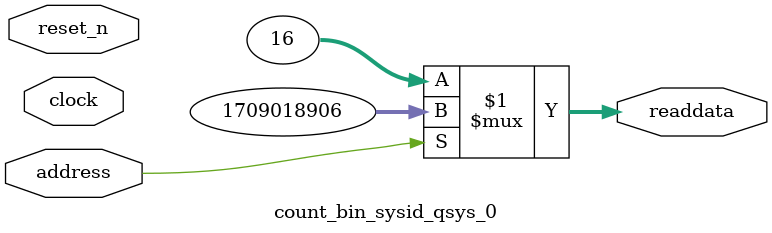
<source format=v>



// synthesis translate_off
`timescale 1ns / 1ps
// synthesis translate_on

// turn off superfluous verilog processor warnings 
// altera message_level Level1 
// altera message_off 10034 10035 10036 10037 10230 10240 10030 

module count_bin_sysid_qsys_0 (
               // inputs:
                address,
                clock,
                reset_n,

               // outputs:
                readdata
             )
;

  output  [ 31: 0] readdata;
  input            address;
  input            clock;
  input            reset_n;

  wire    [ 31: 0] readdata;
  //control_slave, which is an e_avalon_slave
  assign readdata = address ? 1709018906 : 16;

endmodule



</source>
